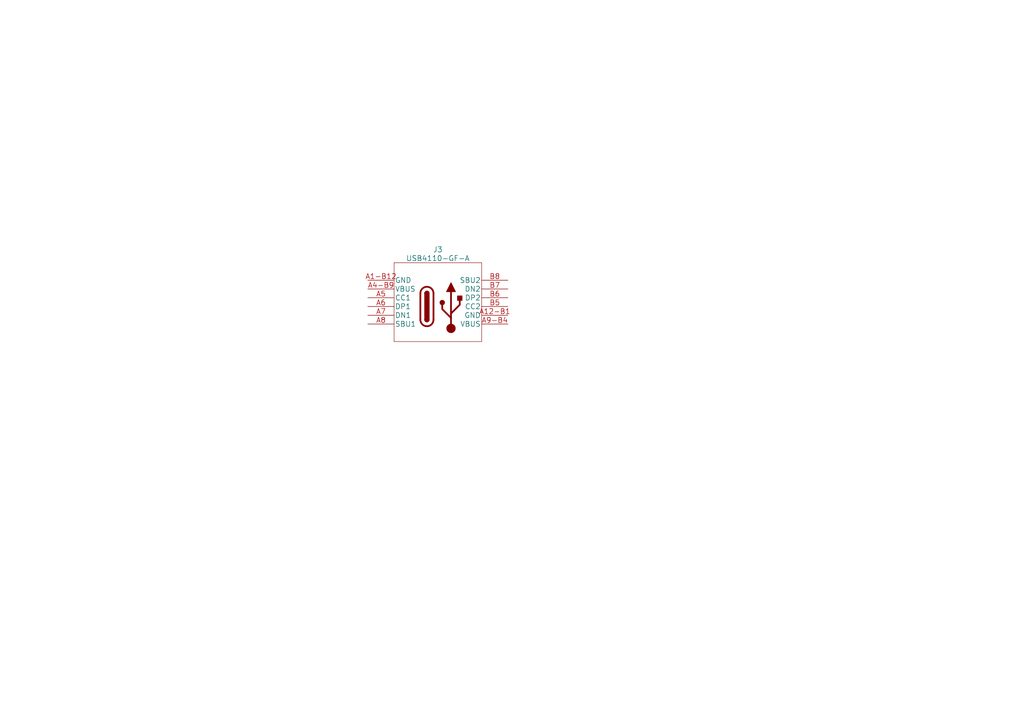
<source format=kicad_sch>
(kicad_sch (version 20230121) (generator eeschema)
  (paper "A4")
  (lib_symbols
    (symbol "USB4110-GF-A:USB4110-GF-A" (pin_names (offset 0.254))
      (property "Reference" "J3" (at 20.32 8.89 0))
      (property "Value" "USB4110-GF-A" (at 20.32 6.35 0))
      (symbol "USB4110-GF-A_0_1"
        (polyline (pts (xy 15.24 -11.43) (xy 15.24 -3.81)) (stroke (width 0.508)))
        (polyline (pts (xy 19.05 -3.81) (xy 19.05 -11.43)) (stroke (width 0.508)))
        (polyline (pts (xy 24.13 -13.462) (xy 24.13 -3.302)) (stroke (width 0.508)))
        (polyline (pts (xy 24.13 -10.922) (xy 21.59 -8.382) (xy 21.59 -7.112)) (stroke (width 0.508)))
        (polyline (pts (xy 24.13 -9.652) (xy 26.67 -7.112) (xy 26.67 -5.842)) (stroke (width 0.508)))
        (polyline (pts (xy 22.86 -3.302) (xy 24.13 -0.762) (xy 25.4 -3.302) (xy 22.86 -3.302)) (stroke (width 0.254)) (fill (type outline)))
        (arc (start 15.24 -11.43) (mid 17.145 -13.3267) (end 19.05 -11.43) (stroke (width 0.508)))
        (arc (start 16.51 -11.43) (mid 17.145 -12.0623) (end 17.78 -11.43) (stroke (width 0.254)))
        (arc (start 16.51 -11.43) (mid 17.145 -12.0623) (end 17.78 -11.43) (stroke (width 0.254)) (fill (type outline)))
        (rectangle (start 16.51 -11.43) (end 17.78 -3.81) (stroke (width 0.254)) (fill (type outline)))
        (arc (start 17.78 -3.81) (mid 17.145 -3.1777) (end 16.51 -3.81) (stroke (width 0.254)))
        (arc (start 17.78 -3.81) (mid 17.145 -3.1777) (end 16.51 -3.81) (stroke (width 0.254)) (fill (type outline)))
        (arc (start 19.05 -3.81) (mid 17.145 -1.9133) (end 15.24 -3.81) (stroke (width 0.508)))
        (circle (center 21.59 -6.477) (radius 0.635) (stroke (width 0.254)) (fill (type outline)))
        (circle (center 24.13 -13.97) (radius 1.27) (fill (type outline)))
        (rectangle (start 26.035 -5.842) (end 27.305 -4.572) (stroke (width 0.254)) (fill (type outline)))
      )
      (symbol "USB4110-GF-A_1_1"
        (polyline (pts (xy 7.62 -17.78) (xy 33.02 -17.78)) (stroke (width 0.127)))
        (polyline (pts (xy 7.62 5.08) (xy 7.62 -17.78)) (stroke (width 0.127)))
        (polyline (pts (xy 33.02 -17.78) (xy 33.02 5.08)) (stroke (width 0.127)))
        (polyline (pts (xy 33.02 5.08) (xy 7.62 5.08)) (stroke (width 0.127)))
        (pin power_in line (at 0 0 0) (length 7.62) (name "GND") (number "A1-B12"))
        (pin power_in line (at 40.64 -10.16 180) (length 7.62) (name "GND") (number "A12-B1"))
        (pin power_in line (at 0 -2.54 0) (length 7.62) (name "VBUS") (number "A4-B9"))
        (pin bidirectional line (at 0 -5.08 0) (length 7.62) (name "CC1") (number "A5"))
        (pin bidirectional line (at 0 -7.62 0) (length 7.62) (name "DP1") (number "A6"))
        (pin bidirectional line (at 0 -10.16 0) (length 7.62) (name "DN1") (number "A7"))
        (pin bidirectional line (at 0 -12.7 0) (length 7.62) (name "SBU1") (number "A8"))
        (pin power_in line (at 40.64 -12.7 180) (length 7.62) (name "VBUS") (number "A9-B4"))
        (pin bidirectional line (at 40.64 -7.62 180) (length 7.62) (name "CC2") (number "B5"))
        (pin bidirectional line (at 40.64 -5.08 180) (length 7.62) (name "DP2") (number "B6"))
        (pin bidirectional line (at 40.64 -2.54 180) (length 7.62) (name "DN2") (number "B7"))
        (pin bidirectional line (at 40.64 0 180) (length 7.62) (name "SBU2") (number "B8"))
      )
    )
  )
  (symbol (lib_id "USB4110-GF-A:USB4110-GF-A") (at 106.68 81.28 0) (unit 1)
    (property "Reference" "J3" (at 127 72.39 0) (effects (font (size 1.524 1.524))))
    (property "Value" "USB4110-GF-A" (at 127 74.93 0) (effects (font (size 1.524 1.524))))
    (property "Footprint" "USB4110-GF-A_GCT" (effects hide))
    (instances (project "IoT_sulari" (path "" (reference "J3") (unit 1)) (path "" (reference "J4") (unit 1))))
  )
)
</source>
